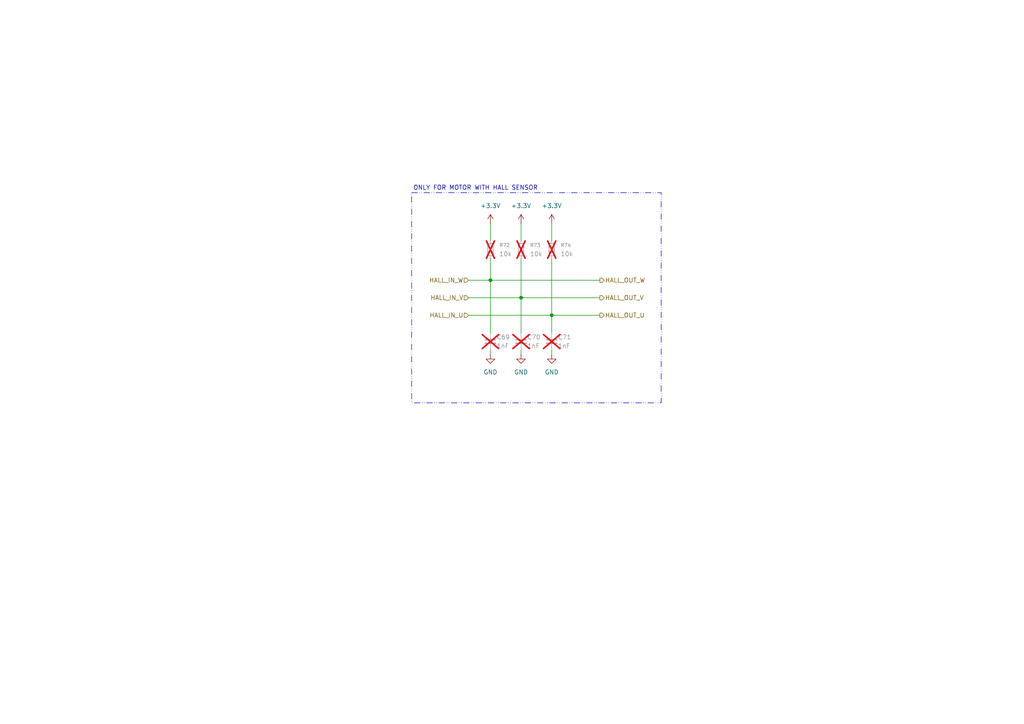
<source format=kicad_sch>
(kicad_sch (version 20250114) (generator "eeschema") (generator_version "9.0")
  (paper "A4")
  (lib_symbols
    (symbol "Device:C_Small" (pin_numbers (hide yes)) (pin_names (offset 0.254) (hide yes))
      (property "Reference" "C" (at 0.254 1.778 0))
      (property "Value" "C_Small" (at 0.254 -2.032 0))
      (symbol "C_Small_0_1"
        (polyline (pts (xy -1.524 0.508) (xy 1.524 0.508)) (stroke (width 0.3048)))
        (polyline (pts (xy -1.524 -0.508) (xy 1.524 -0.508)) (stroke (width 0.3302)))
      )
      (symbol "C_Small_1_1"
        (pin passive line (at 0 2.54 270) (length 2.032) (name "~") (number "1"))
        (pin passive line (at 0 -2.54 90) (length 2.032) (name "~") (number "2"))
      )
    )
    (symbol "Device:R_Small" (pin_numbers (hide yes)) (pin_names (offset 0.254) (hide yes))
      (property "Reference" "R" (at 0 0 90))
      (property "Value" "R_Small" (at 1.778 0 90))
      (symbol "R_Small_0_1"
        (rectangle (start -0.762 1.778) (end 0.762 -1.778) (stroke (width 0.2032)))
      )
      (symbol "R_Small_1_1"
        (pin passive line (at 0 2.54 270) (length 0.762) (name "~") (number "1"))
        (pin passive line (at 0 -2.54 90) (length 0.762) (name "~") (number "2"))
      )
    )
    (symbol "power:+3.3V" (power) (pin_numbers (hide yes)) (pin_names (offset 0) (hide yes))
      (property "Value" "+3.3V" (at 0 3.556 0))
      (symbol "+3.3V_0_1"
        (polyline (pts (xy -0.762 1.27) (xy 0 2.54)))
        (polyline (pts (xy 0 2.54) (xy 0.762 1.27)))
        (polyline (pts (xy 0 0) (xy 0 2.54)))
      )
      (symbol "+3.3V_1_1"
        (pin power_in line (at 0 0 90) (length 0) (name "~") (number "1"))
      )
    )
    (symbol "power:GND" (power) (pin_numbers (hide yes)) (pin_names (offset 0) (hide yes))
      (property "Value" "GND" (at 0 -3.81 0))
      (symbol "GND_0_1"
        (polyline (pts (xy 0 0) (xy 0 -1.27) (xy 1.27 -1.27) (xy 0 -2.54) (xy -1.27 -1.27) (xy 0 -1.27)))
      )
      (symbol "GND_1_1"
        (pin power_in line (at 0 0 270) (length 0) (name "~") (number "1"))
      )
    )
  )
  (rectangle (start 119.38 55.88) (end 191.77 116.84) (stroke (width 0) (type dash_dot_dot)))
  (text "ONLY FOR MOTOR WITH HALL SENSOR" (at 137.922 54.61 0) (effects (font (size 1.27 1.27))))
  (junction (at 142.24 81.28))
  (junction (at 151.13 86.36))
  (junction (at 160.02 91.44))
  (wire (pts (xy 135.89 91.44) (xy 160.02 91.44)))
  (wire (pts (xy 151.13 102.87) (xy 151.13 101.6)))
  (wire (pts (xy 151.13 74.93) (xy 151.13 86.36)))
  (wire (pts (xy 160.02 91.44) (xy 173.99 91.44)))
  (wire (pts (xy 151.13 86.36) (xy 151.13 96.52)))
  (wire (pts (xy 151.13 64.77) (xy 151.13 69.85)))
  (wire (pts (xy 142.24 81.28) (xy 173.99 81.28)))
  (wire (pts (xy 135.89 81.28) (xy 142.24 81.28)))
  (wire (pts (xy 142.24 102.87) (xy 142.24 101.6)))
  (wire (pts (xy 142.24 64.77) (xy 142.24 69.85)))
  (wire (pts (xy 160.02 74.93) (xy 160.02 91.44)))
  (wire (pts (xy 160.02 64.77) (xy 160.02 69.85)))
  (wire (pts (xy 135.89 86.36) (xy 151.13 86.36)))
  (wire (pts (xy 160.02 102.87) (xy 160.02 101.6)))
  (wire (pts (xy 151.13 86.36) (xy 173.99 86.36)))
  (wire (pts (xy 142.24 81.28) (xy 142.24 96.52)))
  (wire (pts (xy 160.02 91.44) (xy 160.02 96.52)))
  (wire (pts (xy 142.24 81.28) (xy 142.24 74.93)))
  (hierarchical_label "HALL_OUT_W" (shape output) (at 173.99 81.28 0))
  (hierarchical_label "HALL_IN_W" (shape input) (at 135.89 81.28 180))
  (hierarchical_label "HALL_IN_U" (shape input) (at 135.89 91.44 180))
  (hierarchical_label "HALL_IN_V" (shape input) (at 135.89 86.36 180))
  (hierarchical_label "HALL_OUT_V" (shape output) (at 173.99 86.36 0))
  (hierarchical_label "HALL_OUT_U" (shape output) (at 173.99 91.44 0))
  (symbol (lib_id "power:+3.3V") (at 151.13 64.77 0) (unit 1)
    (property "Reference" "#PWR0149" (effects (hide yes)))
    (property "Value" "+3.3V" (at 151.13 59.69 0))
    (property "Description" "Power symbol creates a global label with name \"+3.3V\"" (effects (hide yes)))
  )
  (symbol (lib_id "power:+3.3V") (at 142.24 64.77 0) (unit 1)
    (property "Reference" "#PWR0147" (effects (hide yes)))
    (property "Value" "+3.3V" (at 142.24 59.69 0))
    (property "Description" "Power symbol creates a global label with name \"+3.3V\"" (effects (hide yes)))
  )
  (symbol (lib_id "Device:R_Small") (at 151.13 72.39 0) (unit 1) (dnp yes)
    (property "Reference" "R73" (at 153.67 71.1199 0) (effects (font (size 1.016 1.016)) (justify left)))
    (property "Value" "10k" (at 153.67 73.6599 0) (effects (justify left)))
    (property "Footprint" "Resistor_SMD:R_0603_1608Metric" (effects (hide yes)))
    (property "Description" "Resistor, small symbol" (effects (hide yes)))
  )
  (symbol (lib_id "power:GND") (at 142.24 102.87 0) (unit 1)
    (property "Reference" "#PWR0148" (effects (hide yes)))
    (property "Value" "GND" (at 142.24 107.95 0))
    (property "Description" "Power symbol creates a global label with name \"GND\" , ground" (effects (hide yes)))
  )
  (symbol (lib_id "power:GND") (at 160.02 102.87 0) (unit 1)
    (property "Reference" "#PWR0152" (effects (hide yes)))
    (property "Value" "GND" (at 160.02 107.95 0))
    (property "Description" "Power symbol creates a global label with name \"GND\" , ground" (effects (hide yes)))
  )
  (symbol (lib_id "power:+3.3V") (at 160.02 64.77 0) (unit 1)
    (property "Reference" "#PWR0151" (effects (hide yes)))
    (property "Value" "+3.3V" (at 160.02 59.69 0))
    (property "Description" "Power symbol creates a global label with name \"+3.3V\"" (effects (hide yes)))
  )
  (symbol (lib_id "power:GND") (at 151.13 102.87 0) (unit 1)
    (property "Reference" "#PWR0150" (effects (hide yes)))
    (property "Value" "GND" (at 151.13 107.95 0))
    (property "Description" "Power symbol creates a global label with name \"GND\" , ground" (effects (hide yes)))
  )
  (symbol (lib_id "Device:R_Small") (at 142.24 72.39 0) (unit 1) (dnp yes)
    (property "Reference" "R72" (at 144.78 71.1199 0) (effects (font (size 1.016 1.016)) (justify left)))
    (property "Value" "10k" (at 144.78 73.6599 0) (effects (justify left)))
    (property "Footprint" "Resistor_SMD:R_0603_1608Metric" (effects (hide yes)))
    (property "Description" "Resistor, small symbol" (effects (hide yes)))
  )
  (symbol (lib_id "Device:R_Small") (at 160.02 72.39 0) (unit 1) (dnp yes)
    (property "Reference" "R74" (at 162.56 71.1199 0) (effects (font (size 1.016 1.016)) (justify left)))
    (property "Value" "10k" (at 162.56 73.6599 0) (effects (justify left)))
    (property "Footprint" "Resistor_SMD:R_0603_1608Metric" (effects (hide yes)))
    (property "Description" "Resistor, small symbol" (effects (hide yes)))
  )
  (symbol (lib_id "Device:C_Small") (at 160.02 99.06 0) (unit 1) (dnp yes)
    (property "Reference" "C71" (at 161.798 97.79 0) (effects (justify left)))
    (property "Value" "1nF" (at 161.798 100.33 0) (effects (justify left)))
    (property "Footprint" "Capacitor_SMD:C_0603_1608Metric" (effects (hide yes)))
    (property "Description" "Unpolarized capacitor, small symbol" (effects (hide yes)))
  )
  (symbol (lib_id "Device:C_Small") (at 142.24 99.06 0) (unit 1) (dnp yes)
    (property "Reference" "C69" (at 144.018 97.79 0) (effects (justify left)))
    (property "Value" "1nF" (at 144.018 100.33 0) (effects (justify left)))
    (property "Footprint" "Capacitor_SMD:C_0603_1608Metric" (effects (hide yes)))
    (property "Description" "Unpolarized capacitor, small symbol" (effects (hide yes)))
  )
  (symbol (lib_id "Device:C_Small") (at 151.13 99.06 0) (unit 1) (dnp yes)
    (property "Reference" "C70" (at 152.908 97.79 0) (effects (justify left)))
    (property "Value" "1nF" (at 152.908 100.33 0) (effects (justify left)))
    (property "Footprint" "Capacitor_SMD:C_0603_1608Metric" (effects (hide yes)))
    (property "Description" "Unpolarized capacitor, small symbol" (effects (hide yes)))
  )
)
</source>
